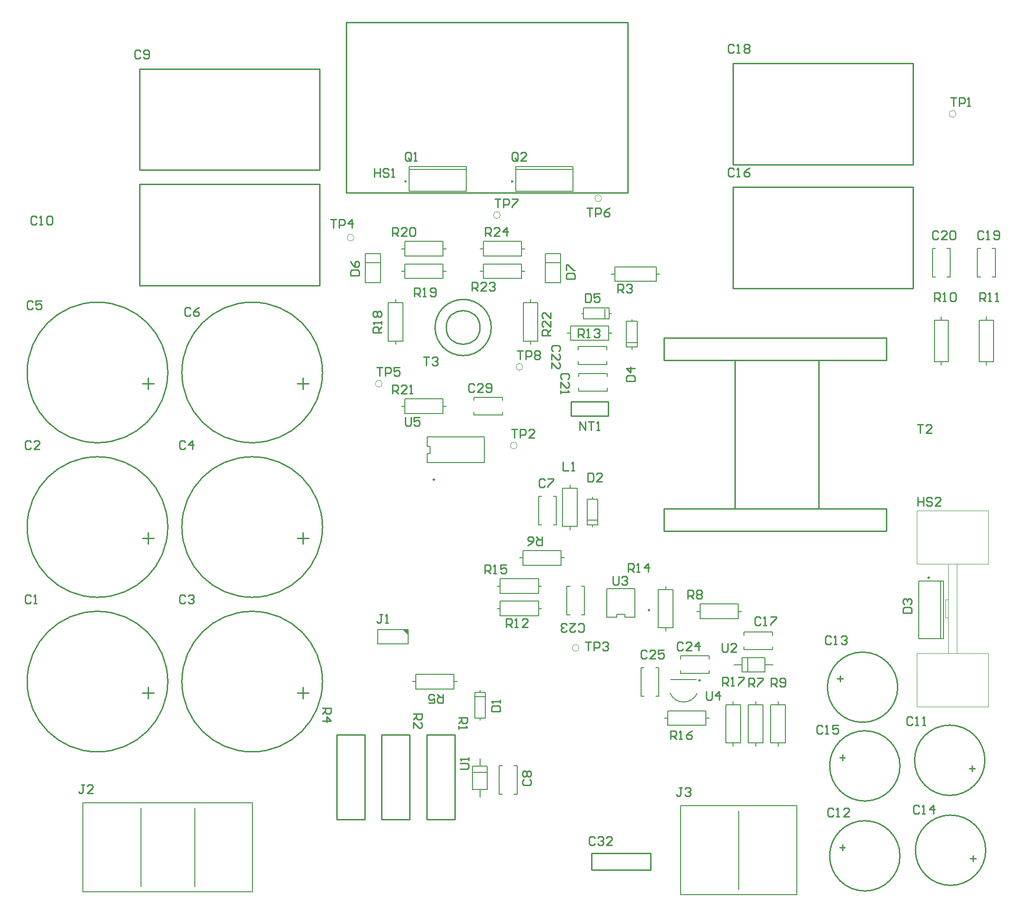
<source format=gbr>
G04*
G04 #@! TF.GenerationSoftware,Altium Limited,Altium Designer,23.6.0 (18)*
G04*
G04 Layer_Color=65535*
%FSLAX44Y44*%
%MOMM*%
G71*
G04*
G04 #@! TF.SameCoordinates,1F3C283D-9475-48EB-A570-AF6A427DC10D*
G04*
G04*
G04 #@! TF.FilePolarity,Positive*
G04*
G01*
G75*
%ADD10C,0.2500*%
%ADD11C,0.2000*%
%ADD12C,0.2540*%
%ADD13C,0.0500*%
%ADD14C,0.1000*%
G36*
X972300Y732300D02*
X963300D01*
X972300Y723300D01*
Y732300D01*
D02*
G37*
D10*
X1898750Y825000D02*
G03*
X1898750Y825000I-1250J0D01*
G01*
X968750Y1530000D02*
G03*
X968750Y1530000I-1250J0D01*
G01*
X1158350Y1530000D02*
G03*
X1158350Y1530000I-1250J0D01*
G01*
X1491405Y642435D02*
G03*
X1491405Y642435I-1250J0D01*
G01*
X1019350Y999350D02*
G03*
X1019350Y999350I-1250J0D01*
G01*
X1401750Y767300D02*
G03*
X1401750Y767300I-1250J0D01*
G01*
D11*
X1437760Y619265D02*
G03*
X1486050Y619265I24145J10920D01*
G01*
X1880000Y818500D02*
X1924000D01*
X1880000Y716500D02*
X1924000D01*
X1880000D02*
Y818500D01*
X1924000Y716500D02*
Y818500D01*
X1919000Y716500D02*
Y818500D01*
X974000Y1551500D02*
X1076000D01*
X974000Y1556500D02*
X1076000D01*
X974000Y1512500D02*
X1076000D01*
Y1556500D01*
X974000Y1512500D02*
Y1556500D01*
X1163600Y1512500D02*
Y1556500D01*
X1265600Y1512500D02*
Y1556500D01*
X1163600Y1512500D02*
X1265600D01*
X1163600Y1556500D02*
X1265600D01*
X1163600Y1551500D02*
X1265600D01*
X1537000Y531000D02*
Y599000D01*
X1563000D01*
Y531000D02*
Y599000D01*
X1537000Y531000D02*
X1563000D01*
X1550000Y525250D02*
Y531000D01*
Y599000D02*
Y604750D01*
X1439180Y643435D02*
X1484630D01*
X1005900Y1029300D02*
X1107500D01*
Y1075300D01*
X1005900D02*
X1107500D01*
X1005900Y1058871D02*
Y1075300D01*
Y1058871D02*
X1010900D01*
Y1045729D02*
Y1058871D01*
X1005900Y1045729D02*
X1010900D01*
X1005900Y1029300D02*
Y1045729D01*
X1501500Y575000D02*
X1507250D01*
X1427750D02*
X1433500D01*
Y562000D02*
Y588000D01*
Y562000D02*
X1501500D01*
Y588000D01*
X1433500D02*
X1501500D01*
X897100Y1385570D02*
X922900D01*
X896400Y1401620D02*
X923600D01*
X896400Y1349520D02*
Y1401620D01*
Y1349520D02*
X923600D01*
Y1401620D01*
X1089200Y1145900D02*
X1140000D01*
Y1114100D02*
Y1119750D01*
Y1140250D02*
Y1145900D01*
X1089200Y1114100D02*
X1140000D01*
X1089200D02*
Y1119750D01*
Y1140250D02*
Y1145900D01*
X937000Y1246000D02*
Y1314000D01*
X963000D01*
Y1246000D02*
Y1314000D01*
X937000Y1246000D02*
X963000D01*
X950000Y1240250D02*
Y1246000D01*
Y1314000D02*
Y1319750D01*
X966000Y1383000D02*
X1034000D01*
Y1357000D02*
Y1383000D01*
X966000Y1357000D02*
X1034000D01*
X966000D02*
Y1383000D01*
X960250Y1370000D02*
X966000D01*
X1034000D02*
X1039750D01*
X1569200Y728400D02*
X1620000D01*
Y696600D02*
Y702250D01*
Y722750D02*
Y728400D01*
X1569200Y696600D02*
X1620000D01*
X1569200D02*
Y702250D01*
Y722750D02*
Y728400D01*
X1430000Y730250D02*
Y736000D01*
Y804000D02*
Y809750D01*
X1417000Y804000D02*
X1443000D01*
X1417000Y736000D02*
Y804000D01*
Y736000D02*
X1443000D01*
Y804000D01*
X1100000Y434380D02*
Y448380D01*
Y489380D02*
Y503380D01*
X1088000Y478880D02*
X1112000D01*
X1087000Y489380D02*
X1113000D01*
X1087000Y448380D02*
Y489380D01*
Y448380D02*
X1113000D01*
Y489380D01*
X1160250Y490000D02*
X1165900D01*
X1134100D02*
X1139750D01*
X1134100Y439200D02*
Y490000D01*
X1160250Y439200D02*
X1165900D01*
X1134100D02*
X1139750D01*
X1165900D02*
Y490000D01*
X1100000Y571330D02*
Y575330D01*
Y620930D02*
Y624930D01*
X1091450Y613130D02*
X1108550D01*
X1090450Y620930D02*
X1109550D01*
X1090450Y575330D02*
Y620930D01*
Y575330D02*
X1109550D01*
Y620930D01*
X986000Y627000D02*
X1054000D01*
X986000D02*
Y653000D01*
X1054000D01*
Y627000D02*
Y653000D01*
Y640000D02*
X1059750D01*
X980250D02*
X986000D01*
X1254100Y759200D02*
X1259750D01*
X1280250D02*
X1285900D01*
Y810000D01*
X1254100D02*
X1259750D01*
X1280250D02*
X1285900D01*
X1254100Y759200D02*
Y810000D01*
X1375000Y754600D02*
Y805400D01*
X1325000D02*
X1375000D01*
X1325000Y754600D02*
Y805400D01*
Y754600D02*
X1342857D01*
Y759600D01*
X1357143D01*
Y754600D02*
Y759600D01*
Y754600D02*
X1375000D01*
X1130250Y810000D02*
X1136000D01*
X1204000D02*
X1209750D01*
X1204000Y797000D02*
Y823000D01*
X1136000D02*
X1204000D01*
X1136000Y797000D02*
Y823000D01*
Y797000D02*
X1204000D01*
X1136000Y757000D02*
X1204000D01*
X1136000D02*
Y783000D01*
X1204000D01*
Y757000D02*
Y783000D01*
Y770000D02*
X1209750D01*
X1130250D02*
X1136000D01*
X1176000Y873000D02*
X1244000D01*
Y847000D02*
Y873000D01*
X1176000Y847000D02*
X1244000D01*
X1176000D02*
Y873000D01*
X1170250Y860000D02*
X1176000D01*
X1244000D02*
X1249750D01*
X1360450Y1235330D02*
Y1280930D01*
X1379550D01*
Y1235330D02*
Y1280930D01*
X1360450Y1235330D02*
X1379550D01*
X1361450Y1243130D02*
X1378550D01*
X1370000Y1231330D02*
Y1235330D01*
Y1280930D02*
Y1284930D01*
X1275000Y1156600D02*
X1325800D01*
X1275000Y1182750D02*
Y1188400D01*
Y1156600D02*
Y1162250D01*
Y1188400D02*
X1325800D01*
Y1182750D02*
Y1188400D01*
Y1156600D02*
Y1162250D01*
X1274200Y1204100D02*
X1325000D01*
X1274200Y1230250D02*
Y1235900D01*
Y1204100D02*
Y1209750D01*
Y1235900D02*
X1325000D01*
Y1230250D02*
Y1235900D01*
Y1204100D02*
Y1209750D01*
X1261000Y1273000D02*
X1329000D01*
Y1247000D02*
Y1273000D01*
X1261000Y1247000D02*
X1329000D01*
X1261000D02*
Y1273000D01*
X1255250Y1260000D02*
X1261000D01*
X1329000D02*
X1334750D01*
X1413100Y1365000D02*
X1419250D01*
X1333250D02*
X1339400D01*
Y1352550D02*
Y1377450D01*
Y1352550D02*
X1413100D01*
Y1377450D01*
X1339400D02*
X1413100D01*
X1243600Y1349520D02*
Y1401620D01*
X1216400Y1349520D02*
X1243600D01*
X1216400D02*
Y1401620D01*
X1243600D01*
X1217100Y1385570D02*
X1242900D01*
X1284070Y1285450D02*
X1329670D01*
X1284070D02*
Y1304550D01*
X1329670D01*
Y1285450D02*
Y1304550D01*
X1321870Y1286450D02*
Y1303550D01*
X1329670Y1295000D02*
X1333670D01*
X1280070D02*
X1284070D01*
X1177000Y1246000D02*
Y1314000D01*
X1203000D01*
Y1246000D02*
Y1314000D01*
X1177000Y1246000D02*
X1203000D01*
X1190000Y1240250D02*
Y1246000D01*
Y1314000D02*
Y1319750D01*
X1106000Y1397000D02*
X1174000D01*
X1106000D02*
Y1423000D01*
X1174000D01*
Y1397000D02*
Y1423000D01*
Y1410000D02*
X1179750D01*
X1100250D02*
X1106000D01*
Y1357000D02*
X1174000D01*
X1106000D02*
Y1383000D01*
X1174000D01*
Y1357000D02*
Y1383000D01*
Y1370000D02*
X1179750D01*
X1100250D02*
X1106000D01*
X1204100Y919200D02*
X1209750D01*
X1230250D02*
X1235900D01*
Y970000D01*
X1204100D02*
X1209750D01*
X1230250D02*
X1235900D01*
X1204100Y919200D02*
Y970000D01*
X1273000Y916000D02*
Y984000D01*
X1247000Y916000D02*
X1273000D01*
X1247000D02*
Y984000D01*
X1273000D01*
X1260000D02*
Y989750D01*
Y910250D02*
Y916000D01*
X918000Y732700D02*
X972000D01*
X918000Y707300D02*
Y732700D01*
Y707300D02*
X972000D01*
Y732700D01*
X966000Y1117000D02*
X1034000D01*
X966000D02*
Y1143000D01*
X1034000D01*
Y1117000D02*
Y1143000D01*
Y1130000D02*
X1039750D01*
X960250D02*
X966000D01*
X1603000Y531000D02*
Y599000D01*
X1577000Y531000D02*
X1603000D01*
X1577000D02*
Y599000D01*
X1603000D01*
X1590000D02*
Y604750D01*
Y525250D02*
Y531000D01*
X1606620Y670000D02*
X1620620D01*
X1551620D02*
X1565620D01*
X1576120Y658000D02*
Y682000D01*
X1565620Y657000D02*
Y683000D01*
Y657000D02*
X1606620D01*
Y683000D01*
X1565620D02*
X1606620D01*
X1643000Y531000D02*
Y599000D01*
X1617000Y531000D02*
X1643000D01*
X1617000D02*
Y599000D01*
X1643000D01*
X1630000D02*
Y604750D01*
Y525250D02*
Y531000D01*
X1491000Y778000D02*
X1559000D01*
Y752000D02*
Y778000D01*
X1491000Y752000D02*
X1559000D01*
X1491000D02*
Y778000D01*
X1485250Y765000D02*
X1491000D01*
X1559000D02*
X1564750D01*
X1412155Y665185D02*
X1417805D01*
X1386005D02*
X1391655D01*
X1386005Y614385D02*
Y665185D01*
X1412155Y614385D02*
X1417805D01*
X1386005D02*
X1391655D01*
X1417805D02*
Y665185D01*
X1456905Y680435D02*
Y686085D01*
Y654285D02*
Y659935D01*
Y654285D02*
X1507705D01*
Y680435D02*
Y686085D01*
Y654285D02*
Y659935D01*
X1456905Y686085D02*
X1507705D01*
X1984100Y1360000D02*
Y1410800D01*
X2010250D02*
X2015900D01*
X1984100D02*
X1989750D01*
X2015900Y1360000D02*
Y1410800D01*
X2010250Y1360000D02*
X2015900D01*
X1984100D02*
X1989750D01*
X497375Y275000D02*
Y415000D01*
X394375Y266000D02*
Y424000D01*
X695630D01*
Y266000D02*
Y424000D01*
X394375Y266000D02*
X695630D01*
X592625Y275000D02*
Y415000D01*
X1560000Y270000D02*
Y410000D01*
X1457000Y261000D02*
Y419000D01*
X1663000D01*
Y261000D02*
Y419000D01*
X1457000Y261000D02*
X1663000D01*
X960250Y1410000D02*
X966000D01*
X1034000D02*
X1039750D01*
X1034000Y1397000D02*
Y1423000D01*
X966000D02*
X1034000D01*
X966000Y1397000D02*
Y1423000D01*
Y1397000D02*
X1034000D01*
X1920000Y1203250D02*
Y1209400D01*
Y1283100D02*
Y1289250D01*
X1907550Y1283100D02*
X1932450D01*
X1907550Y1209400D02*
Y1283100D01*
Y1209400D02*
X1932450D01*
Y1283100D01*
X2000000D02*
Y1289250D01*
Y1203250D02*
Y1209400D01*
X1987550D02*
X2012450D01*
Y1283100D01*
X1987550D02*
X2012450D01*
X1987550Y1209400D02*
Y1283100D01*
X1904100Y1360000D02*
Y1410800D01*
X1930250D02*
X1935900D01*
X1904100D02*
X1909750D01*
X1935900Y1360000D02*
Y1410800D01*
X1930250Y1360000D02*
X1935900D01*
X1904100D02*
X1909750D01*
X1290450Y919070D02*
Y964670D01*
X1309550D01*
Y919070D02*
Y964670D01*
X1290450Y919070D02*
X1309550D01*
X1291450Y926870D02*
X1308550D01*
X1300000Y915070D02*
Y919070D01*
Y964670D02*
Y968670D01*
D12*
X545000Y640000D02*
G03*
X545000Y640000I-125000J0D01*
G01*
Y915000D02*
G03*
X545000Y915000I-125000J0D01*
G01*
X820000Y640000D02*
G03*
X820000Y640000I-125000J0D01*
G01*
Y915000D02*
G03*
X820000Y915000I-125000J0D01*
G01*
X545000Y1190000D02*
G03*
X545000Y1190000I-125000J0D01*
G01*
X820000D02*
G03*
X820000Y1190000I-125000J0D01*
G01*
X1997500Y500000D02*
G03*
X1997500Y500000I-62500J0D01*
G01*
X1846544Y329970D02*
G03*
X1846544Y329970I-62500J0D01*
G01*
X1842500Y630000D02*
G03*
X1842500Y630000I-62500J0D01*
G01*
X1998985Y339970D02*
G03*
X1998985Y339970I-62500J0D01*
G01*
X1846545Y490000D02*
G03*
X1846545Y490000I-62500J0D01*
G01*
X1100000Y1270000D02*
G03*
X1100000Y1270000I-30000J0D01*
G01*
X1120000D02*
G03*
X1120000Y1270000I-50000J0D01*
G01*
X862500Y1510000D02*
Y1812500D01*
X1362500D01*
Y1510000D02*
Y1812500D01*
X862500Y1510000D02*
X1362500D01*
X1055000Y395000D02*
Y545000D01*
X1005000Y395000D02*
Y545000D01*
X1055000D01*
X1005000Y395000D02*
X1055000D01*
X925000D02*
X975000D01*
X925000Y545000D02*
X975000D01*
X925000Y395000D02*
Y545000D01*
X975000Y395000D02*
Y545000D01*
X895000Y395000D02*
Y545000D01*
X845000Y395000D02*
Y545000D01*
X895000D01*
X845000Y395000D02*
X895000D01*
X815000Y1550000D02*
Y1730000D01*
X495000Y1550000D02*
Y1730000D01*
Y1550000D02*
X815000D01*
X495000Y1730000D02*
X815000D01*
Y1345000D02*
Y1525000D01*
X495000Y1345000D02*
Y1525000D01*
Y1345000D02*
X815000D01*
X495000Y1525000D02*
X815000D01*
X1550000Y1340000D02*
Y1520000D01*
X1870000Y1340000D02*
Y1520000D01*
X1550000D02*
X1870000D01*
X1550000Y1340000D02*
X1870000D01*
X1550000Y1560000D02*
Y1740000D01*
X1870000Y1560000D02*
Y1740000D01*
X1550000D02*
X1870000D01*
X1550000Y1560000D02*
X1870000D01*
X510000Y610000D02*
Y630000D01*
X500000Y620000D02*
X520000D01*
X500000Y895000D02*
X520000D01*
X510000Y885000D02*
Y905000D01*
X785000Y610000D02*
Y630000D01*
X775000Y620000D02*
X795000D01*
X775000Y895000D02*
X795000D01*
X785000Y885000D02*
Y905000D01*
X510000Y1160000D02*
Y1180000D01*
X500000Y1170000D02*
X520000D01*
X775000D02*
X795000D01*
X785000Y1160000D02*
Y1180000D01*
X1970000Y485000D02*
X1980000D01*
X1975000Y480000D02*
Y490000D01*
X1744044Y339970D02*
Y349970D01*
X1739044Y344970D02*
X1749044D01*
X1735000Y645000D02*
X1745000D01*
X1740000Y640000D02*
Y650000D01*
X1976485Y319970D02*
Y329970D01*
X1971485Y324970D02*
X1981485D01*
X1739045Y505000D02*
X1749045D01*
X1744045Y500000D02*
Y510000D01*
X1822500Y1211500D02*
Y1251500D01*
X1426900Y1211500D02*
X1822500D01*
X1426900D02*
Y1251500D01*
X1822500D01*
X1702000Y948500D02*
Y1211500D01*
X1553000Y948500D02*
Y1211500D01*
X1426900Y947500D02*
X1822500Y947500D01*
Y907500D02*
Y947500D01*
X1426900Y907500D02*
Y947500D01*
Y907500D02*
X1822500Y907500D01*
X1298000Y305000D02*
Y335000D01*
X1403000Y305000D02*
Y335000D01*
X1298000D02*
X1403000D01*
X1298000Y305000D02*
X1403000D01*
X1261980Y1112300D02*
Y1137700D01*
X1328020Y1112300D02*
Y1137700D01*
X1261980D02*
X1328020D01*
X1261980Y1112300D02*
X1328020D01*
X1530956Y632383D02*
Y647617D01*
X1538574D01*
X1541113Y645078D01*
Y640000D01*
X1538574Y637461D01*
X1530956D01*
X1536035D02*
X1541113Y632383D01*
X1546191D02*
X1551270D01*
X1548730D01*
Y647617D01*
X1546191Y645078D01*
X1558887Y647617D02*
X1569044D01*
Y645078D01*
X1558887Y634922D01*
Y632383D01*
X1502304Y622617D02*
Y609922D01*
X1504843Y607383D01*
X1509922D01*
X1512461Y609922D01*
Y622617D01*
X1525157Y607383D02*
Y622617D01*
X1517539Y615000D01*
X1527696D01*
X912226Y1552617D02*
Y1537383D01*
Y1545000D01*
X922383D01*
Y1552617D01*
Y1537383D01*
X937618Y1550078D02*
X935078Y1552617D01*
X930000D01*
X927461Y1550078D01*
Y1547539D01*
X930000Y1545000D01*
X935078D01*
X937618Y1542461D01*
Y1539922D01*
X935078Y1537383D01*
X930000D01*
X927461Y1539922D01*
X942696Y1537383D02*
X947774D01*
X945235D01*
Y1552617D01*
X942696Y1550078D01*
X1877304Y1097617D02*
X1887461D01*
X1882383D01*
Y1082383D01*
X1902696D02*
X1892539D01*
X1902696Y1092539D01*
Y1095078D01*
X1900157Y1097617D01*
X1895078D01*
X1892539Y1095078D01*
X1304541Y361692D02*
X1302001Y364231D01*
X1296923D01*
X1294384Y361692D01*
Y351535D01*
X1296923Y348996D01*
X1302001D01*
X1304541Y351535D01*
X1309619Y361692D02*
X1312158Y364231D01*
X1317237D01*
X1319776Y361692D01*
Y359153D01*
X1317237Y356614D01*
X1314697D01*
X1317237D01*
X1319776Y354074D01*
Y351535D01*
X1317237Y348996D01*
X1312158D01*
X1309619Y351535D01*
X1335011Y348996D02*
X1324854D01*
X1335011Y359153D01*
Y361692D01*
X1332472Y364231D01*
X1327393D01*
X1324854Y361692D01*
X1878584Y967735D02*
Y952500D01*
Y960117D01*
X1888741D01*
Y967735D01*
Y952500D01*
X1903976Y965196D02*
X1901437Y967735D01*
X1896358D01*
X1893819Y965196D01*
Y962657D01*
X1896358Y960117D01*
X1901437D01*
X1903976Y957578D01*
Y955039D01*
X1901437Y952500D01*
X1896358D01*
X1893819Y955039D01*
X1919211Y952500D02*
X1909054D01*
X1919211Y962657D01*
Y965196D01*
X1916672Y967735D01*
X1911593D01*
X1909054Y965196D01*
X1120383Y586843D02*
X1135618D01*
Y594461D01*
X1133078Y597000D01*
X1122922D01*
X1120383Y594461D01*
Y586843D01*
X1135618Y602078D02*
Y607157D01*
Y604618D01*
X1120383D01*
X1122922Y602078D01*
X585461Y1303078D02*
X582922Y1305618D01*
X577843D01*
X575304Y1303078D01*
Y1292922D01*
X577843Y1290383D01*
X582922D01*
X585461Y1292922D01*
X600696Y1305618D02*
X595617Y1303078D01*
X590539Y1298000D01*
Y1292922D01*
X593078Y1290383D01*
X598157D01*
X600696Y1292922D01*
Y1295461D01*
X598157Y1298000D01*
X590539D01*
X967304Y1110117D02*
Y1097422D01*
X969843Y1094883D01*
X974922D01*
X977461Y1097422D01*
Y1110117D01*
X992696D02*
X982539D01*
Y1102500D01*
X987617Y1105039D01*
X990157D01*
X992696Y1102500D01*
Y1097422D01*
X990157Y1094883D01*
X985078D01*
X982539Y1097422D01*
X1064882Y484843D02*
X1077578D01*
X1080117Y487383D01*
Y492461D01*
X1077578Y495000D01*
X1064882D01*
X1080117Y500078D02*
Y505157D01*
Y502617D01*
X1064882D01*
X1067422Y500078D01*
X1336304Y827617D02*
Y814922D01*
X1338843Y812383D01*
X1343922D01*
X1346461Y814922D01*
Y827617D01*
X1351539Y825078D02*
X1354078Y827617D01*
X1359157D01*
X1361696Y825078D01*
Y822539D01*
X1359157Y820000D01*
X1356617D01*
X1359157D01*
X1361696Y817461D01*
Y814922D01*
X1359157Y812383D01*
X1354078D01*
X1351539Y814922D01*
X1529842Y707893D02*
Y695197D01*
X1532381Y692658D01*
X1537460D01*
X1539999Y695197D01*
Y707893D01*
X1555234Y692658D02*
X1545077D01*
X1555234Y702815D01*
Y705354D01*
X1552695Y707893D01*
X1547616D01*
X1545077Y705354D01*
X1166114Y1229101D02*
X1176271D01*
X1171192D01*
Y1213866D01*
X1181349D02*
Y1229101D01*
X1188967D01*
X1191506Y1226562D01*
Y1221484D01*
X1188967Y1218944D01*
X1181349D01*
X1196584Y1226562D02*
X1199123Y1229101D01*
X1204202D01*
X1206741Y1226562D01*
Y1224023D01*
X1204202Y1221484D01*
X1206741Y1218944D01*
Y1216405D01*
X1204202Y1213866D01*
X1199123D01*
X1196584Y1216405D01*
Y1218944D01*
X1199123Y1221484D01*
X1196584Y1224023D01*
Y1226562D01*
X1199123Y1221484D02*
X1204202D01*
X1126236Y1499103D02*
X1136393D01*
X1131314D01*
Y1483868D01*
X1141471D02*
Y1499103D01*
X1149089D01*
X1151628Y1496564D01*
Y1491485D01*
X1149089Y1488946D01*
X1141471D01*
X1156706Y1499103D02*
X1166863D01*
Y1496564D01*
X1156706Y1486407D01*
Y1483868D01*
X1289687Y1482617D02*
X1299843D01*
X1294765D01*
Y1467383D01*
X1304922D02*
Y1482617D01*
X1312539D01*
X1315078Y1480078D01*
Y1475000D01*
X1312539Y1472461D01*
X1304922D01*
X1330313Y1482617D02*
X1325235Y1480078D01*
X1320157Y1475000D01*
Y1469922D01*
X1322696Y1467383D01*
X1327774D01*
X1330313Y1469922D01*
Y1472461D01*
X1327774Y1475000D01*
X1320157D01*
X834687Y1462617D02*
X844843D01*
X839765D01*
Y1447383D01*
X849922D02*
Y1462617D01*
X857539D01*
X860078Y1460078D01*
Y1455000D01*
X857539Y1452461D01*
X849922D01*
X872774Y1447383D02*
Y1462617D01*
X865157Y1455000D01*
X875313D01*
X916178Y1199129D02*
X926335D01*
X921256D01*
Y1183894D01*
X931413D02*
Y1199129D01*
X939031D01*
X941570Y1196590D01*
Y1191512D01*
X939031Y1188972D01*
X931413D01*
X956805Y1199129D02*
X946648D01*
Y1191512D01*
X951727Y1194051D01*
X954266D01*
X956805Y1191512D01*
Y1186433D01*
X954266Y1183894D01*
X949187D01*
X946648Y1186433D01*
X1936242Y1679189D02*
X1946399D01*
X1941320D01*
Y1663954D01*
X1951477D02*
Y1679189D01*
X1959095D01*
X1961634Y1676650D01*
Y1671572D01*
X1959095Y1669032D01*
X1951477D01*
X1966712Y1663954D02*
X1971790D01*
X1969251D01*
Y1679189D01*
X1966712Y1676650D01*
X1287187Y710117D02*
X1297343D01*
X1292265D01*
Y694883D01*
X1302422D02*
Y710117D01*
X1310039D01*
X1312578Y707578D01*
Y702500D01*
X1310039Y699961D01*
X1302422D01*
X1317657Y707578D02*
X1320196Y710117D01*
X1325274D01*
X1327813Y707578D01*
Y705039D01*
X1325274Y702500D01*
X1322735D01*
X1325274D01*
X1327813Y699961D01*
Y697422D01*
X1325274Y694883D01*
X1320196D01*
X1317657Y697422D01*
X1156208Y1089147D02*
X1166365D01*
X1161286D01*
Y1073912D01*
X1171443D02*
Y1089147D01*
X1179061D01*
X1181600Y1086608D01*
Y1081529D01*
X1179061Y1078990D01*
X1171443D01*
X1196835Y1073912D02*
X1186678D01*
X1196835Y1084069D01*
Y1086608D01*
X1194296Y1089147D01*
X1189217D01*
X1186678Y1086608D01*
X999804Y1217617D02*
X1009961D01*
X1004883D01*
Y1202383D01*
X1015039Y1215078D02*
X1017578Y1217617D01*
X1022657D01*
X1025196Y1215078D01*
Y1212539D01*
X1022657Y1210000D01*
X1020117D01*
X1022657D01*
X1025196Y1207461D01*
Y1204922D01*
X1022657Y1202383D01*
X1017578D01*
X1015039Y1204922D01*
X1344804Y1332383D02*
Y1347617D01*
X1352422D01*
X1354961Y1345078D01*
Y1340000D01*
X1352422Y1337461D01*
X1344804D01*
X1349883D02*
X1354961Y1332383D01*
X1360039Y1345078D02*
X1362578Y1347617D01*
X1367657D01*
X1370196Y1345078D01*
Y1342539D01*
X1367657Y1340000D01*
X1365117D01*
X1367657D01*
X1370196Y1337461D01*
Y1334922D01*
X1367657Y1332383D01*
X1362578D01*
X1360039Y1334922D01*
X1109687Y1432383D02*
Y1447617D01*
X1117304D01*
X1119843Y1445078D01*
Y1440000D01*
X1117304Y1437461D01*
X1109687D01*
X1114765D02*
X1119843Y1432383D01*
X1135078D02*
X1124922D01*
X1135078Y1442539D01*
Y1445078D01*
X1132539Y1447617D01*
X1127461D01*
X1124922Y1445078D01*
X1147774Y1432383D02*
Y1447617D01*
X1140157Y1440000D01*
X1150313D01*
X1085687Y1335383D02*
Y1350618D01*
X1093304D01*
X1095843Y1348078D01*
Y1343000D01*
X1093304Y1340461D01*
X1085687D01*
X1090765D02*
X1095843Y1335383D01*
X1111078D02*
X1100922D01*
X1111078Y1345539D01*
Y1348078D01*
X1108539Y1350618D01*
X1103461D01*
X1100922Y1348078D01*
X1116157D02*
X1118696Y1350618D01*
X1123774D01*
X1126313Y1348078D01*
Y1345539D01*
X1123774Y1343000D01*
X1121235D01*
X1123774D01*
X1126313Y1340461D01*
Y1337922D01*
X1123774Y1335383D01*
X1118696D01*
X1116157Y1337922D01*
X1225618Y1255686D02*
X1210382D01*
Y1263304D01*
X1212922Y1265843D01*
X1218000D01*
X1220539Y1263304D01*
Y1255686D01*
Y1260765D02*
X1225618Y1265843D01*
Y1281078D02*
Y1270922D01*
X1215461Y1281078D01*
X1212922D01*
X1210382Y1278539D01*
Y1273461D01*
X1212922Y1270922D01*
X1225618Y1296313D02*
Y1286157D01*
X1215461Y1296313D01*
X1212922D01*
X1210382Y1293774D01*
Y1288696D01*
X1212922Y1286157D01*
X944372Y1152652D02*
Y1167887D01*
X951990D01*
X954529Y1165348D01*
Y1160269D01*
X951990Y1157730D01*
X944372D01*
X949450D02*
X954529Y1152652D01*
X969764D02*
X959607D01*
X969764Y1162809D01*
Y1165348D01*
X967225Y1167887D01*
X962146D01*
X959607Y1165348D01*
X974842Y1152652D02*
X979921D01*
X977381D01*
Y1167887D01*
X974842Y1165348D01*
X944372Y1432560D02*
Y1447795D01*
X951990D01*
X954529Y1445256D01*
Y1440177D01*
X951990Y1437638D01*
X944372D01*
X949450D02*
X954529Y1432560D01*
X969764D02*
X959607D01*
X969764Y1442717D01*
Y1445256D01*
X967225Y1447795D01*
X962146D01*
X959607Y1445256D01*
X974842D02*
X977381Y1447795D01*
X982460D01*
X984999Y1445256D01*
Y1435099D01*
X982460Y1432560D01*
X977381D01*
X974842Y1435099D01*
Y1445256D01*
X983456Y1324883D02*
Y1340117D01*
X991074D01*
X993613Y1337578D01*
Y1332500D01*
X991074Y1329961D01*
X983456D01*
X988534D02*
X993613Y1324883D01*
X998691D02*
X1003770D01*
X1001230D01*
Y1340117D01*
X998691Y1337578D01*
X1011387Y1327422D02*
X1013926Y1324883D01*
X1019005D01*
X1021544Y1327422D01*
Y1337578D01*
X1019005Y1340117D01*
X1013926D01*
X1011387Y1337578D01*
Y1335039D01*
X1013926Y1332500D01*
X1021544D01*
X925117Y1260956D02*
X909882D01*
Y1268574D01*
X912422Y1271113D01*
X917500D01*
X920039Y1268574D01*
Y1260956D01*
Y1266034D02*
X925117Y1271113D01*
Y1276191D02*
Y1281270D01*
Y1278730D01*
X909882D01*
X912422Y1276191D01*
Y1288887D02*
X909882Y1291426D01*
Y1296505D01*
X912422Y1299044D01*
X914961D01*
X917500Y1296505D01*
X920039Y1299044D01*
X922578D01*
X925117Y1296505D01*
Y1291426D01*
X922578Y1288887D01*
X920039D01*
X917500Y1291426D01*
X914961Y1288887D01*
X912422D01*
X917500Y1291426D02*
Y1296505D01*
X1438456Y537383D02*
Y552617D01*
X1446074D01*
X1448613Y550078D01*
Y545000D01*
X1446074Y542461D01*
X1438456D01*
X1443535D02*
X1448613Y537383D01*
X1453691D02*
X1458770D01*
X1456230D01*
Y552617D01*
X1453691Y550078D01*
X1476544Y552617D02*
X1471465Y550078D01*
X1466387Y545000D01*
Y539922D01*
X1468926Y537383D01*
X1474005D01*
X1476544Y539922D01*
Y542461D01*
X1474005Y545000D01*
X1466387D01*
X1108456Y832383D02*
Y847617D01*
X1116074D01*
X1118613Y845078D01*
Y840000D01*
X1116074Y837461D01*
X1108456D01*
X1113534D02*
X1118613Y832383D01*
X1123691D02*
X1128770D01*
X1126230D01*
Y847617D01*
X1123691Y845078D01*
X1146544Y847617D02*
X1136387D01*
Y840000D01*
X1141466Y842539D01*
X1144005D01*
X1146544Y840000D01*
Y834922D01*
X1144005Y832383D01*
X1138926D01*
X1136387Y834922D01*
X1363456Y834883D02*
Y850117D01*
X1371074D01*
X1373613Y847578D01*
Y842500D01*
X1371074Y839961D01*
X1363456D01*
X1368535D02*
X1373613Y834883D01*
X1378691D02*
X1383770D01*
X1381230D01*
Y850117D01*
X1378691Y847578D01*
X1399005Y834883D02*
Y850117D01*
X1391387Y842500D01*
X1401544D01*
X1146956Y736383D02*
Y751618D01*
X1154574D01*
X1157113Y749078D01*
Y744000D01*
X1154574Y741461D01*
X1146956D01*
X1152035D02*
X1157113Y736383D01*
X1162191D02*
X1167270D01*
X1164730D01*
Y751618D01*
X1162191Y749078D01*
X1185044Y736383D02*
X1174887D01*
X1185044Y746539D01*
Y749078D01*
X1182505Y751618D01*
X1177426D01*
X1174887Y749078D01*
X1210196Y897617D02*
Y882382D01*
X1202578D01*
X1200039Y884922D01*
Y890000D01*
X1202578Y892539D01*
X1210196D01*
X1205117D02*
X1200039Y897617D01*
X1184804Y882382D02*
X1189883Y884922D01*
X1194961Y890000D01*
Y895078D01*
X1192422Y897617D01*
X1187343D01*
X1184804Y895078D01*
Y892539D01*
X1187343Y890000D01*
X1194961D01*
X1033696Y617617D02*
Y602382D01*
X1026078D01*
X1023539Y604922D01*
Y610000D01*
X1026078Y612539D01*
X1033696D01*
X1028617D02*
X1023539Y617617D01*
X1008304Y602382D02*
X1018461D01*
Y610000D01*
X1013382Y607461D01*
X1010843D01*
X1008304Y610000D01*
Y615078D01*
X1010843Y617617D01*
X1015922D01*
X1018461Y615078D01*
X819883Y592696D02*
X835117D01*
Y585078D01*
X832578Y582539D01*
X827500D01*
X824961Y585078D01*
Y592696D01*
Y587617D02*
X819883Y582539D01*
Y569843D02*
X835117D01*
X827500Y577461D01*
Y567304D01*
X981383Y582696D02*
X996618D01*
Y575078D01*
X994078Y572539D01*
X989000D01*
X986461Y575078D01*
Y582696D01*
Y577617D02*
X981383Y572539D01*
Y557304D02*
Y567461D01*
X991539Y557304D01*
X994078D01*
X996618Y559843D01*
Y564922D01*
X994078Y567461D01*
X1617472Y630936D02*
Y646171D01*
X1625090D01*
X1627629Y643632D01*
Y638554D01*
X1625090Y636014D01*
X1617472D01*
X1622550D02*
X1627629Y630936D01*
X1632707Y633475D02*
X1635246Y630936D01*
X1640325D01*
X1642864Y633475D01*
Y643632D01*
X1640325Y646171D01*
X1635246D01*
X1632707Y643632D01*
Y641093D01*
X1635246Y638554D01*
X1642864D01*
X1469390Y787654D02*
Y802889D01*
X1477007D01*
X1479547Y800350D01*
Y795272D01*
X1477007Y792732D01*
X1469390D01*
X1474468D02*
X1479547Y787654D01*
X1484625Y800350D02*
X1487164Y802889D01*
X1492243D01*
X1494782Y800350D01*
Y797811D01*
X1492243Y795272D01*
X1494782Y792732D01*
Y790193D01*
X1492243Y787654D01*
X1487164D01*
X1484625Y790193D01*
Y792732D01*
X1487164Y795272D01*
X1484625Y797811D01*
Y800350D01*
X1487164Y795272D02*
X1492243D01*
X1062383Y576157D02*
X1077617D01*
Y568539D01*
X1075078Y566000D01*
X1070000D01*
X1067461Y568539D01*
Y576157D01*
Y571078D02*
X1062383Y566000D01*
Y560922D02*
Y555843D01*
Y558382D01*
X1077617D01*
X1075078Y560922D01*
X1274956Y1252383D02*
Y1267617D01*
X1282574D01*
X1285113Y1265078D01*
Y1260000D01*
X1282574Y1257461D01*
X1274956D01*
X1280034D02*
X1285113Y1252383D01*
X1290191D02*
X1295270D01*
X1292730D01*
Y1267617D01*
X1290191Y1265078D01*
X1302887D02*
X1305426Y1267617D01*
X1310505D01*
X1313044Y1265078D01*
Y1262539D01*
X1310505Y1260000D01*
X1307966D01*
X1310505D01*
X1313044Y1257461D01*
Y1254922D01*
X1310505Y1252383D01*
X1305426D01*
X1302887Y1254922D01*
X1577594Y630936D02*
Y646171D01*
X1585211D01*
X1587751Y643632D01*
Y638554D01*
X1585211Y636014D01*
X1577594D01*
X1582672D02*
X1587751Y630936D01*
X1592829Y646171D02*
X1602986D01*
Y643632D01*
X1592829Y633475D01*
Y630936D01*
X1988058Y1316482D02*
Y1331717D01*
X1995676D01*
X1998215Y1329178D01*
Y1324099D01*
X1995676Y1321560D01*
X1988058D01*
X1993136D02*
X1998215Y1316482D01*
X2003293D02*
X2008371D01*
X2005832D01*
Y1331717D01*
X2003293Y1329178D01*
X2015989Y1316482D02*
X2021067D01*
X2018528D01*
Y1331717D01*
X2015989Y1329178D01*
X1908048Y1316482D02*
Y1331717D01*
X1915665D01*
X1918205Y1329178D01*
Y1324099D01*
X1915665Y1321560D01*
X1908048D01*
X1913126D02*
X1918205Y1316482D01*
X1923283D02*
X1928361D01*
X1925822D01*
Y1331717D01*
X1923283Y1329178D01*
X1935979D02*
X1938518Y1331717D01*
X1943596D01*
X1946136Y1329178D01*
Y1319021D01*
X1943596Y1316482D01*
X1938518D01*
X1935979Y1319021D01*
Y1329178D01*
X1167381Y1569465D02*
Y1579622D01*
X1164842Y1582161D01*
X1159763D01*
X1157224Y1579622D01*
Y1569465D01*
X1159763Y1566926D01*
X1164842D01*
X1162302Y1572004D02*
X1167381Y1566926D01*
X1164842D02*
X1167381Y1569465D01*
X1182616Y1566926D02*
X1172459D01*
X1182616Y1577083D01*
Y1579622D01*
X1180077Y1582161D01*
X1174998D01*
X1172459Y1579622D01*
X977643Y1569465D02*
Y1579622D01*
X975104Y1582161D01*
X970025D01*
X967486Y1579622D01*
Y1569465D01*
X970025Y1566926D01*
X975104D01*
X972564Y1572004D02*
X977643Y1566926D01*
X975104D02*
X977643Y1569465D01*
X982721Y1566926D02*
X987799D01*
X985260D01*
Y1582161D01*
X982721Y1579622D01*
X1277226Y1087383D02*
Y1102617D01*
X1287383Y1087383D01*
Y1102617D01*
X1292461D02*
X1302618D01*
X1297539D01*
Y1087383D01*
X1307696D02*
X1312774D01*
X1310235D01*
Y1102617D01*
X1307696Y1100078D01*
X1247648Y1030981D02*
Y1015746D01*
X1257805D01*
X1262883D02*
X1267961D01*
X1265422D01*
Y1030981D01*
X1262883Y1028442D01*
X1459227Y451353D02*
X1454148D01*
X1456687D01*
Y438657D01*
X1454148Y436118D01*
X1451609D01*
X1449070Y438657D01*
X1464305Y448814D02*
X1466844Y451353D01*
X1471923D01*
X1474462Y448814D01*
Y446275D01*
X1471923Y443736D01*
X1469383D01*
X1471923D01*
X1474462Y441196D01*
Y438657D01*
X1471923Y436118D01*
X1466844D01*
X1464305Y438657D01*
X396491Y456433D02*
X391412D01*
X393951D01*
Y443737D01*
X391412Y441198D01*
X388873D01*
X386334Y443737D01*
X411726Y441198D02*
X401569D01*
X411726Y451355D01*
Y453894D01*
X409187Y456433D01*
X404108D01*
X401569Y453894D01*
X926589Y759963D02*
X921510D01*
X924050D01*
Y747267D01*
X921510Y744728D01*
X918971D01*
X916432Y747267D01*
X931667Y744728D02*
X936745D01*
X934206D01*
Y759963D01*
X931667Y757424D01*
X1253382Y1356304D02*
X1268617D01*
Y1363922D01*
X1266078Y1366461D01*
X1255922D01*
X1253382Y1363922D01*
Y1356304D01*
Y1371539D02*
Y1381696D01*
X1255922D01*
X1266078Y1371539D01*
X1268617D01*
X869882Y1362304D02*
X885117D01*
Y1369922D01*
X882578Y1372461D01*
X872422D01*
X869882Y1369922D01*
Y1362304D01*
Y1387696D02*
X872422Y1382617D01*
X877500Y1377539D01*
X882578D01*
X885117Y1380078D01*
Y1385157D01*
X882578Y1387696D01*
X880039D01*
X877500Y1385157D01*
Y1377539D01*
X1291082Y1010915D02*
Y995680D01*
X1298699D01*
X1301239Y998219D01*
Y1008376D01*
X1298699Y1010915D01*
X1291082D01*
X1316474Y995680D02*
X1306317D01*
X1316474Y1005837D01*
Y1008376D01*
X1313935Y1010915D01*
X1308856D01*
X1306317Y1008376D01*
X1287304Y1330618D02*
Y1315383D01*
X1294922D01*
X1297461Y1317922D01*
Y1328078D01*
X1294922Y1330618D01*
X1287304D01*
X1312696D02*
X1302539D01*
Y1323000D01*
X1307617Y1325539D01*
X1310157D01*
X1312696Y1323000D01*
Y1317922D01*
X1310157Y1315383D01*
X1305078D01*
X1302539Y1317922D01*
X1359882Y1174804D02*
X1375117D01*
Y1182422D01*
X1372578Y1184961D01*
X1362422D01*
X1359882Y1182422D01*
Y1174804D01*
X1375117Y1197657D02*
X1359882D01*
X1367500Y1190039D01*
Y1200196D01*
X1852382Y762304D02*
X1867617D01*
Y769922D01*
X1865078Y772461D01*
X1854922D01*
X1852382Y769922D01*
Y762304D01*
X1854922Y777539D02*
X1852382Y780078D01*
Y785157D01*
X1854922Y787696D01*
X1857461D01*
X1860000Y785157D01*
Y782617D01*
Y785157D01*
X1862539Y787696D01*
X1865078D01*
X1867617Y785157D01*
Y780078D01*
X1865078Y777539D01*
X1089843Y1167578D02*
X1087304Y1170117D01*
X1082226D01*
X1079687Y1167578D01*
Y1157422D01*
X1082226Y1154883D01*
X1087304D01*
X1089843Y1157422D01*
X1105078Y1154883D02*
X1094922D01*
X1105078Y1165039D01*
Y1167578D01*
X1102539Y1170117D01*
X1097461D01*
X1094922Y1167578D01*
X1110157Y1157422D02*
X1112696Y1154883D01*
X1117774D01*
X1120313Y1157422D01*
Y1167578D01*
X1117774Y1170117D01*
X1112696D01*
X1110157Y1167578D01*
Y1165039D01*
X1112696Y1162500D01*
X1120313D01*
X1396743Y693924D02*
X1394203Y696463D01*
X1389125D01*
X1386586Y693924D01*
Y683767D01*
X1389125Y681228D01*
X1394203D01*
X1396743Y683767D01*
X1411978Y681228D02*
X1401821D01*
X1411978Y691385D01*
Y693924D01*
X1409439Y696463D01*
X1404360D01*
X1401821Y693924D01*
X1427213Y696463D02*
X1417056D01*
Y688846D01*
X1422135Y691385D01*
X1424674D01*
X1427213Y688846D01*
Y683767D01*
X1424674Y681228D01*
X1419595D01*
X1417056Y683767D01*
X1461005Y708402D02*
X1458466Y710941D01*
X1453387D01*
X1450848Y708402D01*
Y698245D01*
X1453387Y695706D01*
X1458466D01*
X1461005Y698245D01*
X1476240Y695706D02*
X1466083D01*
X1476240Y705863D01*
Y708402D01*
X1473701Y710941D01*
X1468622D01*
X1466083Y708402D01*
X1488936Y695706D02*
Y710941D01*
X1481318Y703324D01*
X1491475D01*
X1177922Y465461D02*
X1175383Y462922D01*
Y457843D01*
X1177922Y455304D01*
X1188078D01*
X1190618Y457843D01*
Y462922D01*
X1188078Y465461D01*
X1177922Y470539D02*
X1175383Y473078D01*
Y478157D01*
X1177922Y480696D01*
X1180461D01*
X1183000Y478157D01*
X1185539Y480696D01*
X1188078D01*
X1190618Y478157D01*
Y473078D01*
X1188078Y470539D01*
X1185539D01*
X1183000Y473078D01*
X1180461Y470539D01*
X1177922D01*
X1183000Y473078D02*
Y478157D01*
X1274157Y730922D02*
X1276696Y728382D01*
X1281774D01*
X1284313Y730922D01*
Y741078D01*
X1281774Y743617D01*
X1276696D01*
X1274157Y741078D01*
X1258922Y743617D02*
X1269078D01*
X1258922Y733461D01*
Y730922D01*
X1261461Y728382D01*
X1266539D01*
X1269078Y730922D01*
X1253843D02*
X1251304Y728382D01*
X1246226D01*
X1243687Y730922D01*
Y733461D01*
X1246226Y736000D01*
X1248765D01*
X1246226D01*
X1243687Y738539D01*
Y741078D01*
X1246226Y743617D01*
X1251304D01*
X1253843Y741078D01*
X1214879Y998724D02*
X1212339Y1001263D01*
X1207261D01*
X1204722Y998724D01*
Y988567D01*
X1207261Y986028D01*
X1212339D01*
X1214879Y988567D01*
X1219957Y1001263D02*
X1230114D01*
Y998724D01*
X1219957Y988567D01*
Y986028D01*
X1598613Y752578D02*
X1596074Y755117D01*
X1590995D01*
X1588456Y752578D01*
Y742422D01*
X1590995Y739883D01*
X1596074D01*
X1598613Y742422D01*
X1603691Y739883D02*
X1608770D01*
X1606230D01*
Y755117D01*
X1603691Y752578D01*
X1616387Y755117D02*
X1626544D01*
Y752578D01*
X1616387Y742422D01*
Y739883D01*
X1240078Y1227657D02*
X1242618Y1230196D01*
Y1235274D01*
X1240078Y1237813D01*
X1229922D01*
X1227383Y1235274D01*
Y1230196D01*
X1229922Y1227657D01*
X1227383Y1212422D02*
Y1222578D01*
X1237539Y1212422D01*
X1240078D01*
X1242618Y1214961D01*
Y1220039D01*
X1240078Y1222578D01*
X1227383Y1197187D02*
Y1207343D01*
X1237539Y1197187D01*
X1240078D01*
X1242618Y1199726D01*
Y1204804D01*
X1240078Y1207343D01*
X1256078Y1178118D02*
X1258617Y1180657D01*
Y1185735D01*
X1256078Y1188274D01*
X1245922D01*
X1243382Y1185735D01*
Y1180657D01*
X1245922Y1178118D01*
X1243382Y1162882D02*
Y1173039D01*
X1253539Y1162882D01*
X1256078D01*
X1258617Y1165422D01*
Y1170500D01*
X1256078Y1173039D01*
X1243382Y1157804D02*
Y1152726D01*
Y1155265D01*
X1258617D01*
X1256078Y1157804D01*
X1914903Y1439668D02*
X1912363Y1442207D01*
X1907285D01*
X1904746Y1439668D01*
Y1429511D01*
X1907285Y1426972D01*
X1912363D01*
X1914903Y1429511D01*
X1930138Y1426972D02*
X1919981D01*
X1930138Y1437129D01*
Y1439668D01*
X1927599Y1442207D01*
X1922520D01*
X1919981Y1439668D01*
X1935216D02*
X1937755Y1442207D01*
X1942834D01*
X1945373Y1439668D01*
Y1429511D01*
X1942834Y1426972D01*
X1937755D01*
X1935216Y1429511D01*
Y1439668D01*
X1994913D02*
X1992374Y1442207D01*
X1987295D01*
X1984756Y1439668D01*
Y1429511D01*
X1987295Y1426972D01*
X1992374D01*
X1994913Y1429511D01*
X1999991Y1426972D02*
X2005069D01*
X2002530D01*
Y1442207D01*
X1999991Y1439668D01*
X2012687Y1429511D02*
X2015226Y1426972D01*
X2020305D01*
X2022844Y1429511D01*
Y1439668D01*
X2020305Y1442207D01*
X2015226D01*
X2012687Y1439668D01*
Y1437129D01*
X2015226Y1434590D01*
X2022844D01*
X1551429Y1771646D02*
X1548889Y1774185D01*
X1543811D01*
X1541272Y1771646D01*
Y1761489D01*
X1543811Y1758950D01*
X1548889D01*
X1551429Y1761489D01*
X1556507Y1758950D02*
X1561585D01*
X1559046D01*
Y1774185D01*
X1556507Y1771646D01*
X1569203D02*
X1571742Y1774185D01*
X1576821D01*
X1579360Y1771646D01*
Y1769107D01*
X1576821Y1766568D01*
X1579360Y1764028D01*
Y1761489D01*
X1576821Y1758950D01*
X1571742D01*
X1569203Y1761489D01*
Y1764028D01*
X1571742Y1766568D01*
X1569203Y1769107D01*
Y1771646D01*
X1571742Y1766568D02*
X1576821D01*
X1551429Y1551682D02*
X1548889Y1554221D01*
X1543811D01*
X1541272Y1551682D01*
Y1541525D01*
X1543811Y1538986D01*
X1548889D01*
X1551429Y1541525D01*
X1556507Y1538986D02*
X1561585D01*
X1559046D01*
Y1554221D01*
X1556507Y1551682D01*
X1579360Y1554221D02*
X1574281Y1551682D01*
X1569203Y1546604D01*
Y1541525D01*
X1571742Y1538986D01*
X1576821D01*
X1579360Y1541525D01*
Y1544064D01*
X1576821Y1546604D01*
X1569203D01*
X1708613Y560078D02*
X1706074Y562617D01*
X1700995D01*
X1698456Y560078D01*
Y549922D01*
X1700995Y547383D01*
X1706074D01*
X1708613Y549922D01*
X1713691Y547383D02*
X1718770D01*
X1716230D01*
Y562617D01*
X1713691Y560078D01*
X1736544Y562617D02*
X1726387D01*
Y555000D01*
X1731465Y557539D01*
X1734005D01*
X1736544Y555000D01*
Y549922D01*
X1734005Y547383D01*
X1728926D01*
X1726387Y549922D01*
X1881113Y417578D02*
X1878574Y420117D01*
X1873495D01*
X1870956Y417578D01*
Y407422D01*
X1873495Y404883D01*
X1878574D01*
X1881113Y407422D01*
X1886191Y404883D02*
X1891270D01*
X1888730D01*
Y420117D01*
X1886191Y417578D01*
X1906505Y404883D02*
Y420117D01*
X1898887Y412500D01*
X1909044D01*
X1723895Y719070D02*
X1721355Y721609D01*
X1716277D01*
X1713738Y719070D01*
Y708913D01*
X1716277Y706374D01*
X1721355D01*
X1723895Y708913D01*
X1728973Y706374D02*
X1734051D01*
X1731512D01*
Y721609D01*
X1728973Y719070D01*
X1741669D02*
X1744208Y721609D01*
X1749286D01*
X1751826Y719070D01*
Y716531D01*
X1749286Y713991D01*
X1746747D01*
X1749286D01*
X1751826Y711452D01*
Y708913D01*
X1749286Y706374D01*
X1744208D01*
X1741669Y708913D01*
X1728613Y412578D02*
X1726074Y415117D01*
X1720995D01*
X1718456Y412578D01*
Y402422D01*
X1720995Y399883D01*
X1726074D01*
X1728613Y402422D01*
X1733691Y399883D02*
X1738770D01*
X1736230D01*
Y415117D01*
X1733691Y412578D01*
X1756544Y399883D02*
X1746387D01*
X1756544Y410039D01*
Y412578D01*
X1754005Y415117D01*
X1748926D01*
X1746387Y412578D01*
X1868652Y575078D02*
X1866113Y577617D01*
X1861035D01*
X1858495Y575078D01*
Y564922D01*
X1861035Y562383D01*
X1866113D01*
X1868652Y564922D01*
X1873730Y562383D02*
X1878809D01*
X1876270D01*
Y577617D01*
X1873730Y575078D01*
X1886426Y562383D02*
X1891505D01*
X1888965D01*
Y577617D01*
X1886426Y575078D01*
X312113Y1466078D02*
X309574Y1468618D01*
X304495D01*
X301956Y1466078D01*
Y1455922D01*
X304495Y1453383D01*
X309574D01*
X312113Y1455922D01*
X317191Y1453383D02*
X322270D01*
X319730D01*
Y1468618D01*
X317191Y1466078D01*
X329887D02*
X332426Y1468618D01*
X337505D01*
X340044Y1466078D01*
Y1455922D01*
X337505Y1453383D01*
X332426D01*
X329887Y1455922D01*
Y1466078D01*
X496313Y1761486D02*
X493773Y1764025D01*
X488695D01*
X486156Y1761486D01*
Y1751329D01*
X488695Y1748790D01*
X493773D01*
X496313Y1751329D01*
X501391D02*
X503930Y1748790D01*
X509009D01*
X511548Y1751329D01*
Y1761486D01*
X509009Y1764025D01*
X503930D01*
X501391Y1761486D01*
Y1758947D01*
X503930Y1756407D01*
X511548D01*
X305461Y1315078D02*
X302922Y1317617D01*
X297843D01*
X295304Y1315078D01*
Y1304922D01*
X297843Y1302383D01*
X302922D01*
X305461Y1304922D01*
X320696Y1317617D02*
X310539D01*
Y1310000D01*
X315618Y1312539D01*
X318157D01*
X320696Y1310000D01*
Y1304922D01*
X318157Y1302383D01*
X313078D01*
X310539Y1304922D01*
X576323Y1066542D02*
X573783Y1069081D01*
X568705D01*
X566166Y1066542D01*
Y1056385D01*
X568705Y1053846D01*
X573783D01*
X576323Y1056385D01*
X589019Y1053846D02*
Y1069081D01*
X581401Y1061463D01*
X591558D01*
X576323Y791460D02*
X573783Y793999D01*
X568705D01*
X566166Y791460D01*
Y781303D01*
X568705Y778764D01*
X573783D01*
X576323Y781303D01*
X581401Y791460D02*
X583940Y793999D01*
X589019D01*
X591558Y791460D01*
Y788921D01*
X589019Y786382D01*
X586479D01*
X589019D01*
X591558Y783842D01*
Y781303D01*
X589019Y778764D01*
X583940D01*
X581401Y781303D01*
X301495Y1066542D02*
X298955Y1069081D01*
X293877D01*
X291338Y1066542D01*
Y1056385D01*
X293877Y1053846D01*
X298955D01*
X301495Y1056385D01*
X316730Y1053846D02*
X306573D01*
X316730Y1064003D01*
Y1066542D01*
X314191Y1069081D01*
X309112D01*
X306573Y1066542D01*
X301495Y791460D02*
X298955Y793999D01*
X293877D01*
X291338Y791460D01*
Y781303D01*
X293877Y778764D01*
X298955D01*
X301495Y781303D01*
X306573Y778764D02*
X311651D01*
X309112D01*
Y793999D01*
X306573Y791460D01*
D13*
X1316083Y1500000D02*
G03*
X1316083Y1500000I-6083J0D01*
G01*
X1276083Y700000D02*
G03*
X1276083Y700000I-6083J0D01*
G01*
X876083Y1430000D02*
G03*
X876083Y1430000I-6083J0D01*
G01*
X1176083Y1200000D02*
G03*
X1176083Y1200000I-6083J0D01*
G01*
X1946083Y1650000D02*
G03*
X1946083Y1650000I-6083J0D01*
G01*
X1136083Y1470000D02*
G03*
X1136083Y1470000I-6083J0D01*
G01*
X926083Y1170000D02*
G03*
X926083Y1170000I-6083J0D01*
G01*
X1166083Y1060000D02*
G03*
X1166083Y1060000I-6083J0D01*
G01*
D14*
X1932500Y690500D02*
Y849500D01*
X1947500Y690500D02*
Y849500D01*
X1876500Y690500D02*
X2003500D01*
X1876500Y849500D02*
X2003500D01*
X1876500Y944500D02*
X2003500D01*
X1876500Y595500D02*
X2003500D01*
X1927500Y786000D02*
X1932500D01*
X1927500Y754000D02*
X1932500D01*
X1927500D02*
Y786000D01*
X1876500Y849500D02*
Y944500D01*
Y595500D02*
Y690500D01*
X2003500Y595500D02*
Y690500D01*
Y849500D02*
Y944500D01*
M02*

</source>
